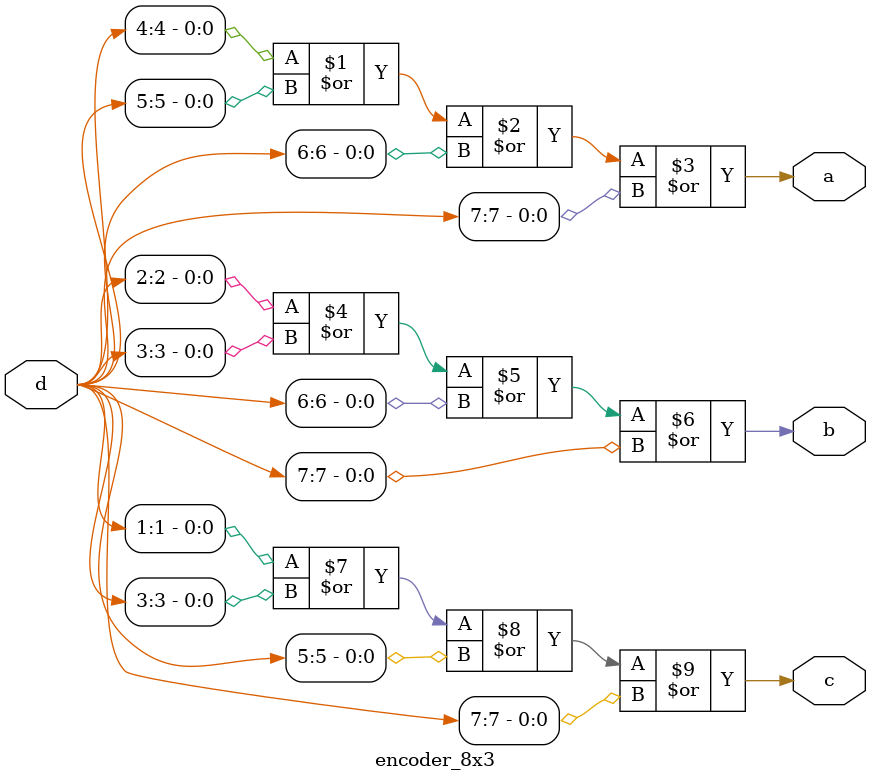
<source format=v>
`timescale 1ns / 1ps


module encoder_8x3(d, a, b, c);
    input [7:0] d;
    output a, b, c;

    assign a = d[4] | d[5] | d[6] | d[7];
    assign b = d[2] | d[3] | d[6] | d[7];
    assign c = d[1] | d[3] | d[5] | d[7];
endmodule


</source>
